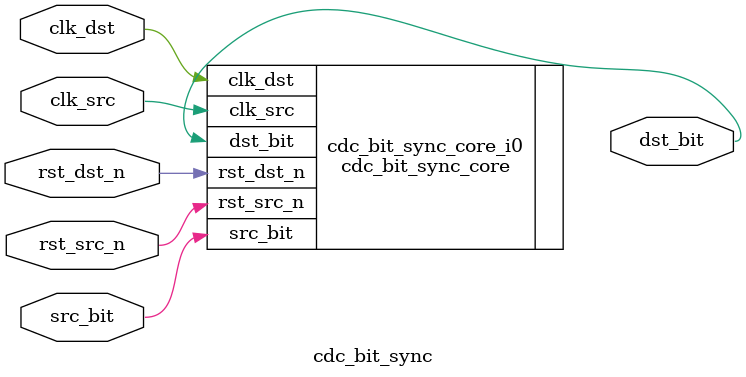
<source format=sv>
`default_nettype none


module cdc_bit_sync (

    input  wire  clk_src,
    input  wire  rst_src_n,
    input  wire  clk_dst,
    input  wire  rst_dst_n,
    input  wire  src_bit,
    output logic dst_bit
  );

  cdc_bit_sync_core cdc_bit_sync_core_i0 (

    .clk_src   ( clk_src   ),
    .rst_src_n ( rst_src_n ),
    .clk_dst   ( clk_dst   ),
    .rst_dst_n ( rst_dst_n ),
    .src_bit   ( src_bit   ),
    .dst_bit   ( dst_bit   )
  );

endmodule

`default_nettype wire

</source>
